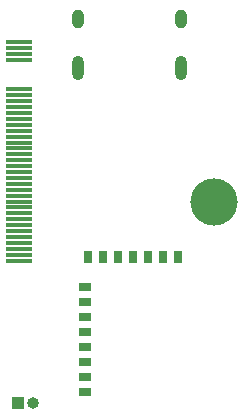
<source format=gbr>
%TF.GenerationSoftware,KiCad,Pcbnew,(5.1.8-0-10_14)*%
%TF.CreationDate,2020-11-22T12:38:21-07:00*%
%TF.ProjectId,Ellow,456c6c6f-772e-46b6-9963-61645f706362,rev?*%
%TF.SameCoordinates,Original*%
%TF.FileFunction,Copper,L2,Bot*%
%TF.FilePolarity,Positive*%
%FSLAX46Y46*%
G04 Gerber Fmt 4.6, Leading zero omitted, Abs format (unit mm)*
G04 Created by KiCad (PCBNEW (5.1.8-0-10_14)) date 2020-11-22 12:38:21*
%MOMM*%
%LPD*%
G01*
G04 APERTURE LIST*
%TA.AperFunction,ComponentPad*%
%ADD10O,1.000000X1.000000*%
%TD*%
%TA.AperFunction,ComponentPad*%
%ADD11R,1.000000X1.000000*%
%TD*%
%TA.AperFunction,WasherPad*%
%ADD12C,4.000000*%
%TD*%
%TA.AperFunction,SMDPad,CuDef*%
%ADD13R,2.200000X0.330000*%
%TD*%
%TA.AperFunction,ComponentPad*%
%ADD14R,1.000000X0.650000*%
%TD*%
%TA.AperFunction,ComponentPad*%
%ADD15R,0.650000X1.000000*%
%TD*%
%TA.AperFunction,ComponentPad*%
%ADD16O,1.000000X2.100000*%
%TD*%
%TA.AperFunction,ComponentPad*%
%ADD17O,1.000000X1.600000*%
%TD*%
G04 APERTURE END LIST*
D10*
%TO.P,J3,2*%
%TO.N,GND*%
X227760000Y-124205000D03*
D11*
%TO.P,J3,1*%
%TO.N,VBAT*%
X226490000Y-124205000D03*
%TD*%
D12*
%TO.P,H1,*%
%TO.N,*%
X243090000Y-107205000D03*
%TD*%
D13*
%TO.P,J2,1*%
%TO.N,N/C*%
X226531102Y-93643757D03*
%TO.P,J2,3*%
X226531102Y-94143757D03*
%TO.P,J2,5*%
X226531102Y-94643757D03*
%TO.P,J2,7*%
X226531102Y-95143757D03*
%TO.P,J2,59*%
X226531102Y-108143757D03*
%TO.P,J2,61*%
X226531102Y-108643757D03*
%TO.P,J2,63*%
X226531102Y-109143757D03*
%TO.P,J2,65*%
X226531102Y-109643757D03*
%TO.P,J2,17*%
X226531102Y-97643757D03*
%TO.P,J2,19*%
X226531102Y-98143757D03*
%TO.P,J2,21*%
X226531102Y-98643757D03*
%TO.P,J2,23*%
X226531102Y-99143757D03*
%TO.P,J2,25*%
X226531102Y-99643757D03*
%TO.P,J2,27*%
X226531102Y-100143757D03*
%TO.P,J2,29*%
X226531102Y-100643757D03*
%TO.P,J2,31*%
X226531102Y-101143757D03*
%TO.P,J2,33*%
X226531102Y-101643757D03*
%TO.P,J2,35*%
X226531102Y-102143757D03*
%TO.P,J2,37*%
X226531102Y-102643757D03*
%TO.P,J2,39*%
X226531102Y-103143757D03*
%TO.P,J2,41*%
X226531102Y-103643757D03*
%TO.P,J2,43*%
X226531102Y-104143757D03*
%TO.P,J2,45*%
X226531102Y-104643757D03*
%TO.P,J2,47*%
X226531102Y-105143757D03*
%TO.P,J2,49*%
X226531102Y-105643757D03*
%TO.P,J2,51*%
X226531102Y-106143757D03*
%TO.P,J2,53*%
X226531102Y-106643757D03*
%TO.P,J2,55*%
X226531102Y-107143757D03*
%TO.P,J2,57*%
X226531102Y-107643757D03*
%TO.P,J2,67*%
X226531102Y-110143757D03*
%TO.P,J2,69*%
X226531102Y-110643757D03*
%TO.P,J2,71*%
X226531102Y-111143757D03*
%TO.P,J2,73*%
X226531102Y-111643757D03*
%TO.P,J2,75*%
X226531102Y-112143757D03*
%TD*%
D14*
%TO.P,U2,28*%
%TO.N,Net-(U2-Pad28)*%
X232115000Y-114379000D03*
%TO.P,U2,30*%
%TO.N,Net-(U2-Pad30)*%
X232115000Y-115649000D03*
%TO.P,U2,32*%
%TO.N,Net-(U2-Pad32)*%
X232115000Y-116919000D03*
%TO.P,U2,34*%
%TO.N,Net-(U2-Pad34)*%
X232115000Y-118189000D03*
%TO.P,U2,36*%
%TO.N,Net-(U2-Pad36)*%
X232115000Y-119459000D03*
%TO.P,U2,38*%
%TO.N,Net-(U2-Pad38)*%
X232115000Y-120729000D03*
%TO.P,U2,40*%
%TO.N,Net-(U2-Pad40)*%
X232115000Y-121999000D03*
%TO.P,U2,42*%
%TO.N,Net-(U2-Pad42)*%
X232115000Y-123269000D03*
D15*
%TO.P,U2,14*%
%TO.N,Net-(U2-Pad14)*%
X238719000Y-111839000D03*
%TO.P,U2,12*%
%TO.N,Net-(U2-Pad12)*%
X239989000Y-111839000D03*
%TO.P,U2,20*%
%TO.N,Net-(U2-Pad20)*%
X234909000Y-111839000D03*
%TO.P,U2,16*%
%TO.N,Net-(U2-Pad16)*%
X237449000Y-111839000D03*
%TO.P,U2,22*%
%TO.N,Net-(U2-Pad22)*%
X233639000Y-111839000D03*
%TO.P,U2,24*%
%TO.N,GND*%
X232369000Y-111839000D03*
%TO.P,U2,18*%
%TO.N,BATTERY_MEASURE*%
X236179000Y-111839000D03*
%TD*%
D16*
%TO.P,J1,S1*%
%TO.N,GND*%
X231582000Y-95859000D03*
X240222000Y-95859000D03*
D17*
X240222000Y-91679000D03*
X231582000Y-91679000D03*
%TD*%
M02*

</source>
